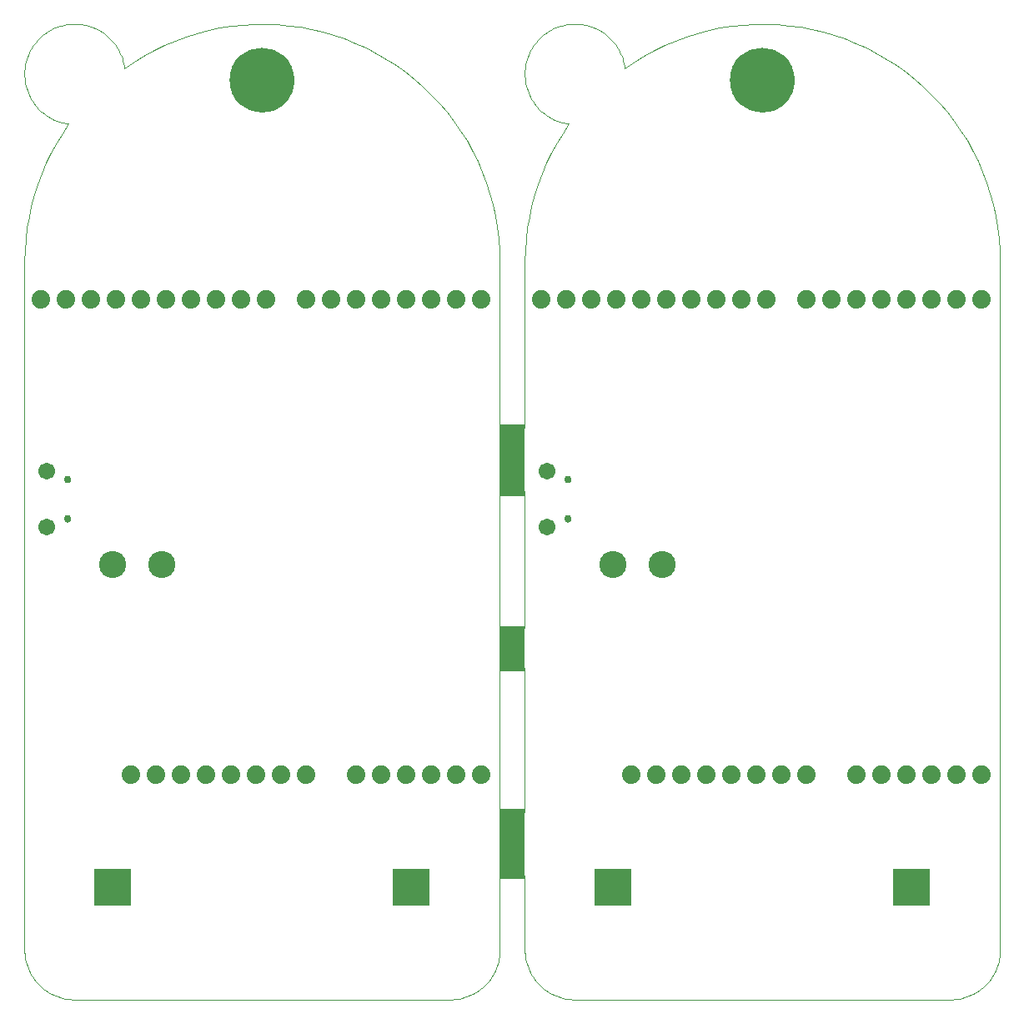
<source format=gbs>
G75*
G70*
%OFA0B0*%
%FSLAX24Y24*%
%IPPOS*%
%LPD*%
%AMOC8*
5,1,8,0,0,1.08239X$1,22.5*
%
%ADD10C,0.0000*%
%ADD11C,0.2580*%
%ADD12C,0.0237*%
%ADD13R,0.1000X0.2812*%
%ADD14R,0.1000X0.2875*%
%ADD15R,0.1000X0.1813*%
%ADD16C,0.0740*%
%ADD17R,0.1497X0.1497*%
%ADD18C,0.0297*%
%ADD19C,0.0674*%
%ADD20C,0.1080*%
D10*
X002655Y001008D02*
X017655Y001008D01*
X017750Y001010D01*
X017845Y001017D01*
X017940Y001028D01*
X018034Y001044D01*
X018127Y001064D01*
X018218Y001089D01*
X018309Y001118D01*
X018398Y001151D01*
X018486Y001189D01*
X018571Y001230D01*
X018655Y001276D01*
X018736Y001325D01*
X018815Y001379D01*
X018891Y001436D01*
X018965Y001497D01*
X019035Y001561D01*
X019102Y001628D01*
X019166Y001698D01*
X019227Y001772D01*
X019284Y001848D01*
X019338Y001927D01*
X019387Y002008D01*
X019433Y002092D01*
X019474Y002177D01*
X019512Y002265D01*
X019545Y002354D01*
X019574Y002445D01*
X019599Y002536D01*
X019619Y002629D01*
X019635Y002723D01*
X019646Y002818D01*
X019653Y002913D01*
X019655Y003008D01*
X019655Y005820D01*
X019657Y005864D01*
X019663Y005907D01*
X019672Y005949D01*
X019685Y005991D01*
X019702Y006031D01*
X019722Y006070D01*
X019745Y006107D01*
X019772Y006141D01*
X019801Y006174D01*
X019834Y006203D01*
X019868Y006230D01*
X019905Y006253D01*
X019944Y006273D01*
X019984Y006290D01*
X020026Y006303D01*
X020068Y006312D01*
X020111Y006318D01*
X020155Y006320D01*
X019701Y006445D02*
X019703Y006463D01*
X019709Y006479D01*
X019718Y006494D01*
X019731Y006507D01*
X019746Y006516D01*
X019762Y006522D01*
X019780Y006524D01*
X019798Y006522D01*
X019814Y006516D01*
X019829Y006507D01*
X019842Y006494D01*
X019851Y006479D01*
X019857Y006463D01*
X019859Y006445D01*
X019857Y006427D01*
X019851Y006411D01*
X019842Y006396D01*
X019829Y006383D01*
X019814Y006374D01*
X019798Y006368D01*
X019780Y006366D01*
X019762Y006368D01*
X019746Y006374D01*
X019731Y006383D01*
X019718Y006396D01*
X019709Y006411D01*
X019703Y006427D01*
X019701Y006445D01*
X019701Y006758D02*
X019703Y006776D01*
X019709Y006792D01*
X019718Y006807D01*
X019731Y006820D01*
X019746Y006829D01*
X019762Y006835D01*
X019780Y006837D01*
X019798Y006835D01*
X019814Y006829D01*
X019829Y006820D01*
X019842Y006807D01*
X019851Y006792D01*
X019857Y006776D01*
X019859Y006758D01*
X019857Y006740D01*
X019851Y006724D01*
X019842Y006709D01*
X019829Y006696D01*
X019814Y006687D01*
X019798Y006681D01*
X019780Y006679D01*
X019762Y006681D01*
X019746Y006687D01*
X019731Y006696D01*
X019718Y006709D01*
X019709Y006724D01*
X019703Y006740D01*
X019701Y006758D01*
X019701Y007070D02*
X019703Y007088D01*
X019709Y007104D01*
X019718Y007119D01*
X019731Y007132D01*
X019746Y007141D01*
X019762Y007147D01*
X019780Y007149D01*
X019798Y007147D01*
X019814Y007141D01*
X019829Y007132D01*
X019842Y007119D01*
X019851Y007104D01*
X019857Y007088D01*
X019859Y007070D01*
X019857Y007052D01*
X019851Y007036D01*
X019842Y007021D01*
X019829Y007008D01*
X019814Y006999D01*
X019798Y006993D01*
X019780Y006991D01*
X019762Y006993D01*
X019746Y006999D01*
X019731Y007008D01*
X019718Y007021D01*
X019709Y007036D01*
X019703Y007052D01*
X019701Y007070D01*
X019701Y007383D02*
X019703Y007401D01*
X019709Y007417D01*
X019718Y007432D01*
X019731Y007445D01*
X019746Y007454D01*
X019762Y007460D01*
X019780Y007462D01*
X019798Y007460D01*
X019814Y007454D01*
X019829Y007445D01*
X019842Y007432D01*
X019851Y007417D01*
X019857Y007401D01*
X019859Y007383D01*
X019857Y007365D01*
X019851Y007349D01*
X019842Y007334D01*
X019829Y007321D01*
X019814Y007312D01*
X019798Y007306D01*
X019780Y007304D01*
X019762Y007306D01*
X019746Y007312D01*
X019731Y007321D01*
X019718Y007334D01*
X019709Y007349D01*
X019703Y007365D01*
X019701Y007383D01*
X019701Y007695D02*
X019703Y007713D01*
X019709Y007729D01*
X019718Y007744D01*
X019731Y007757D01*
X019746Y007766D01*
X019762Y007772D01*
X019780Y007774D01*
X019798Y007772D01*
X019814Y007766D01*
X019829Y007757D01*
X019842Y007744D01*
X019851Y007729D01*
X019857Y007713D01*
X019859Y007695D01*
X019857Y007677D01*
X019851Y007661D01*
X019842Y007646D01*
X019829Y007633D01*
X019814Y007624D01*
X019798Y007618D01*
X019780Y007616D01*
X019762Y007618D01*
X019746Y007624D01*
X019731Y007633D01*
X019718Y007646D01*
X019709Y007661D01*
X019703Y007677D01*
X019701Y007695D01*
X019701Y008008D02*
X019703Y008026D01*
X019709Y008042D01*
X019718Y008057D01*
X019731Y008070D01*
X019746Y008079D01*
X019762Y008085D01*
X019780Y008087D01*
X019798Y008085D01*
X019814Y008079D01*
X019829Y008070D01*
X019842Y008057D01*
X019851Y008042D01*
X019857Y008026D01*
X019859Y008008D01*
X019857Y007990D01*
X019851Y007974D01*
X019842Y007959D01*
X019829Y007946D01*
X019814Y007937D01*
X019798Y007931D01*
X019780Y007929D01*
X019762Y007931D01*
X019746Y007937D01*
X019731Y007946D01*
X019718Y007959D01*
X019709Y007974D01*
X019703Y007990D01*
X019701Y008008D01*
X019655Y008633D02*
X019655Y014133D01*
X019657Y014177D01*
X019663Y014220D01*
X019672Y014262D01*
X019685Y014304D01*
X019702Y014344D01*
X019722Y014383D01*
X019745Y014420D01*
X019772Y014454D01*
X019801Y014487D01*
X019834Y014516D01*
X019868Y014543D01*
X019905Y014566D01*
X019944Y014586D01*
X019984Y014603D01*
X020026Y014616D01*
X020068Y014625D01*
X020111Y014631D01*
X020155Y014633D01*
X019701Y014758D02*
X019703Y014776D01*
X019709Y014792D01*
X019718Y014807D01*
X019731Y014820D01*
X019746Y014829D01*
X019762Y014835D01*
X019780Y014837D01*
X019798Y014835D01*
X019814Y014829D01*
X019829Y014820D01*
X019842Y014807D01*
X019851Y014792D01*
X019857Y014776D01*
X019859Y014758D01*
X019857Y014740D01*
X019851Y014724D01*
X019842Y014709D01*
X019829Y014696D01*
X019814Y014687D01*
X019798Y014681D01*
X019780Y014679D01*
X019762Y014681D01*
X019746Y014687D01*
X019731Y014696D01*
X019718Y014709D01*
X019709Y014724D01*
X019703Y014740D01*
X019701Y014758D01*
X019701Y015070D02*
X019703Y015088D01*
X019709Y015104D01*
X019718Y015119D01*
X019731Y015132D01*
X019746Y015141D01*
X019762Y015147D01*
X019780Y015149D01*
X019798Y015147D01*
X019814Y015141D01*
X019829Y015132D01*
X019842Y015119D01*
X019851Y015104D01*
X019857Y015088D01*
X019859Y015070D01*
X019857Y015052D01*
X019851Y015036D01*
X019842Y015021D01*
X019829Y015008D01*
X019814Y014999D01*
X019798Y014993D01*
X019780Y014991D01*
X019762Y014993D01*
X019746Y014999D01*
X019731Y015008D01*
X019718Y015021D01*
X019709Y015036D01*
X019703Y015052D01*
X019701Y015070D01*
X019701Y015383D02*
X019703Y015401D01*
X019709Y015417D01*
X019718Y015432D01*
X019731Y015445D01*
X019746Y015454D01*
X019762Y015460D01*
X019780Y015462D01*
X019798Y015460D01*
X019814Y015454D01*
X019829Y015445D01*
X019842Y015432D01*
X019851Y015417D01*
X019857Y015401D01*
X019859Y015383D01*
X019857Y015365D01*
X019851Y015349D01*
X019842Y015334D01*
X019829Y015321D01*
X019814Y015312D01*
X019798Y015306D01*
X019780Y015304D01*
X019762Y015306D01*
X019746Y015312D01*
X019731Y015321D01*
X019718Y015334D01*
X019709Y015349D01*
X019703Y015365D01*
X019701Y015383D01*
X019655Y016008D02*
X019655Y021195D01*
X019657Y021239D01*
X019663Y021282D01*
X019672Y021324D01*
X019685Y021366D01*
X019702Y021406D01*
X019722Y021445D01*
X019745Y021482D01*
X019772Y021516D01*
X019801Y021549D01*
X019834Y021578D01*
X019868Y021605D01*
X019905Y021628D01*
X019944Y021648D01*
X019984Y021665D01*
X020026Y021678D01*
X020068Y021687D01*
X020111Y021693D01*
X020155Y021695D01*
X019701Y021820D02*
X019703Y021838D01*
X019709Y021854D01*
X019718Y021869D01*
X019731Y021882D01*
X019746Y021891D01*
X019762Y021897D01*
X019780Y021899D01*
X019798Y021897D01*
X019814Y021891D01*
X019829Y021882D01*
X019842Y021869D01*
X019851Y021854D01*
X019857Y021838D01*
X019859Y021820D01*
X019857Y021802D01*
X019851Y021786D01*
X019842Y021771D01*
X019829Y021758D01*
X019814Y021749D01*
X019798Y021743D01*
X019780Y021741D01*
X019762Y021743D01*
X019746Y021749D01*
X019731Y021758D01*
X019718Y021771D01*
X019709Y021786D01*
X019703Y021802D01*
X019701Y021820D01*
X019701Y022133D02*
X019703Y022151D01*
X019709Y022167D01*
X019718Y022182D01*
X019731Y022195D01*
X019746Y022204D01*
X019762Y022210D01*
X019780Y022212D01*
X019798Y022210D01*
X019814Y022204D01*
X019829Y022195D01*
X019842Y022182D01*
X019851Y022167D01*
X019857Y022151D01*
X019859Y022133D01*
X019857Y022115D01*
X019851Y022099D01*
X019842Y022084D01*
X019829Y022071D01*
X019814Y022062D01*
X019798Y022056D01*
X019780Y022054D01*
X019762Y022056D01*
X019746Y022062D01*
X019731Y022071D01*
X019718Y022084D01*
X019709Y022099D01*
X019703Y022115D01*
X019701Y022133D01*
X019701Y022445D02*
X019703Y022463D01*
X019709Y022479D01*
X019718Y022494D01*
X019731Y022507D01*
X019746Y022516D01*
X019762Y022522D01*
X019780Y022524D01*
X019798Y022522D01*
X019814Y022516D01*
X019829Y022507D01*
X019842Y022494D01*
X019851Y022479D01*
X019857Y022463D01*
X019859Y022445D01*
X019857Y022427D01*
X019851Y022411D01*
X019842Y022396D01*
X019829Y022383D01*
X019814Y022374D01*
X019798Y022368D01*
X019780Y022366D01*
X019762Y022368D01*
X019746Y022374D01*
X019731Y022383D01*
X019718Y022396D01*
X019709Y022411D01*
X019703Y022427D01*
X019701Y022445D01*
X019701Y022758D02*
X019703Y022776D01*
X019709Y022792D01*
X019718Y022807D01*
X019731Y022820D01*
X019746Y022829D01*
X019762Y022835D01*
X019780Y022837D01*
X019798Y022835D01*
X019814Y022829D01*
X019829Y022820D01*
X019842Y022807D01*
X019851Y022792D01*
X019857Y022776D01*
X019859Y022758D01*
X019857Y022740D01*
X019851Y022724D01*
X019842Y022709D01*
X019829Y022696D01*
X019814Y022687D01*
X019798Y022681D01*
X019780Y022679D01*
X019762Y022681D01*
X019746Y022687D01*
X019731Y022696D01*
X019718Y022709D01*
X019709Y022724D01*
X019703Y022740D01*
X019701Y022758D01*
X019701Y023070D02*
X019703Y023088D01*
X019709Y023104D01*
X019718Y023119D01*
X019731Y023132D01*
X019746Y023141D01*
X019762Y023147D01*
X019780Y023149D01*
X019798Y023147D01*
X019814Y023141D01*
X019829Y023132D01*
X019842Y023119D01*
X019851Y023104D01*
X019857Y023088D01*
X019859Y023070D01*
X019857Y023052D01*
X019851Y023036D01*
X019842Y023021D01*
X019829Y023008D01*
X019814Y022999D01*
X019798Y022993D01*
X019780Y022991D01*
X019762Y022993D01*
X019746Y022999D01*
X019731Y023008D01*
X019718Y023021D01*
X019709Y023036D01*
X019703Y023052D01*
X019701Y023070D01*
X019701Y023383D02*
X019703Y023401D01*
X019709Y023417D01*
X019718Y023432D01*
X019731Y023445D01*
X019746Y023454D01*
X019762Y023460D01*
X019780Y023462D01*
X019798Y023460D01*
X019814Y023454D01*
X019829Y023445D01*
X019842Y023432D01*
X019851Y023417D01*
X019857Y023401D01*
X019859Y023383D01*
X019857Y023365D01*
X019851Y023349D01*
X019842Y023334D01*
X019829Y023321D01*
X019814Y023312D01*
X019798Y023306D01*
X019780Y023304D01*
X019762Y023306D01*
X019746Y023312D01*
X019731Y023321D01*
X019718Y023334D01*
X019709Y023349D01*
X019703Y023365D01*
X019701Y023383D01*
X019655Y024008D02*
X019655Y030508D01*
X020655Y030508D02*
X020655Y024008D01*
X020653Y023964D01*
X020647Y023921D01*
X020638Y023879D01*
X020625Y023837D01*
X020608Y023797D01*
X020588Y023758D01*
X020565Y023721D01*
X020538Y023687D01*
X020509Y023654D01*
X020476Y023625D01*
X020442Y023598D01*
X020405Y023575D01*
X020366Y023555D01*
X020326Y023538D01*
X020284Y023525D01*
X020242Y023516D01*
X020199Y023510D01*
X020155Y023508D01*
X020451Y023383D02*
X020453Y023401D01*
X020459Y023417D01*
X020468Y023432D01*
X020481Y023445D01*
X020496Y023454D01*
X020512Y023460D01*
X020530Y023462D01*
X020548Y023460D01*
X020564Y023454D01*
X020579Y023445D01*
X020592Y023432D01*
X020601Y023417D01*
X020607Y023401D01*
X020609Y023383D01*
X020607Y023365D01*
X020601Y023349D01*
X020592Y023334D01*
X020579Y023321D01*
X020564Y023312D01*
X020548Y023306D01*
X020530Y023304D01*
X020512Y023306D01*
X020496Y023312D01*
X020481Y023321D01*
X020468Y023334D01*
X020459Y023349D01*
X020453Y023365D01*
X020451Y023383D01*
X020451Y023070D02*
X020453Y023088D01*
X020459Y023104D01*
X020468Y023119D01*
X020481Y023132D01*
X020496Y023141D01*
X020512Y023147D01*
X020530Y023149D01*
X020548Y023147D01*
X020564Y023141D01*
X020579Y023132D01*
X020592Y023119D01*
X020601Y023104D01*
X020607Y023088D01*
X020609Y023070D01*
X020607Y023052D01*
X020601Y023036D01*
X020592Y023021D01*
X020579Y023008D01*
X020564Y022999D01*
X020548Y022993D01*
X020530Y022991D01*
X020512Y022993D01*
X020496Y022999D01*
X020481Y023008D01*
X020468Y023021D01*
X020459Y023036D01*
X020453Y023052D01*
X020451Y023070D01*
X020451Y022758D02*
X020453Y022776D01*
X020459Y022792D01*
X020468Y022807D01*
X020481Y022820D01*
X020496Y022829D01*
X020512Y022835D01*
X020530Y022837D01*
X020548Y022835D01*
X020564Y022829D01*
X020579Y022820D01*
X020592Y022807D01*
X020601Y022792D01*
X020607Y022776D01*
X020609Y022758D01*
X020607Y022740D01*
X020601Y022724D01*
X020592Y022709D01*
X020579Y022696D01*
X020564Y022687D01*
X020548Y022681D01*
X020530Y022679D01*
X020512Y022681D01*
X020496Y022687D01*
X020481Y022696D01*
X020468Y022709D01*
X020459Y022724D01*
X020453Y022740D01*
X020451Y022758D01*
X020451Y022445D02*
X020453Y022463D01*
X020459Y022479D01*
X020468Y022494D01*
X020481Y022507D01*
X020496Y022516D01*
X020512Y022522D01*
X020530Y022524D01*
X020548Y022522D01*
X020564Y022516D01*
X020579Y022507D01*
X020592Y022494D01*
X020601Y022479D01*
X020607Y022463D01*
X020609Y022445D01*
X020607Y022427D01*
X020601Y022411D01*
X020592Y022396D01*
X020579Y022383D01*
X020564Y022374D01*
X020548Y022368D01*
X020530Y022366D01*
X020512Y022368D01*
X020496Y022374D01*
X020481Y022383D01*
X020468Y022396D01*
X020459Y022411D01*
X020453Y022427D01*
X020451Y022445D01*
X020451Y022133D02*
X020453Y022151D01*
X020459Y022167D01*
X020468Y022182D01*
X020481Y022195D01*
X020496Y022204D01*
X020512Y022210D01*
X020530Y022212D01*
X020548Y022210D01*
X020564Y022204D01*
X020579Y022195D01*
X020592Y022182D01*
X020601Y022167D01*
X020607Y022151D01*
X020609Y022133D01*
X020607Y022115D01*
X020601Y022099D01*
X020592Y022084D01*
X020579Y022071D01*
X020564Y022062D01*
X020548Y022056D01*
X020530Y022054D01*
X020512Y022056D01*
X020496Y022062D01*
X020481Y022071D01*
X020468Y022084D01*
X020459Y022099D01*
X020453Y022115D01*
X020451Y022133D01*
X020451Y021820D02*
X020453Y021838D01*
X020459Y021854D01*
X020468Y021869D01*
X020481Y021882D01*
X020496Y021891D01*
X020512Y021897D01*
X020530Y021899D01*
X020548Y021897D01*
X020564Y021891D01*
X020579Y021882D01*
X020592Y021869D01*
X020601Y021854D01*
X020607Y021838D01*
X020609Y021820D01*
X020607Y021802D01*
X020601Y021786D01*
X020592Y021771D01*
X020579Y021758D01*
X020564Y021749D01*
X020548Y021743D01*
X020530Y021741D01*
X020512Y021743D01*
X020496Y021749D01*
X020481Y021758D01*
X020468Y021771D01*
X020459Y021786D01*
X020453Y021802D01*
X020451Y021820D01*
X020655Y021195D02*
X020655Y016008D01*
X020653Y015964D01*
X020647Y015921D01*
X020638Y015879D01*
X020625Y015837D01*
X020608Y015797D01*
X020588Y015758D01*
X020565Y015721D01*
X020538Y015687D01*
X020509Y015654D01*
X020476Y015625D01*
X020442Y015598D01*
X020405Y015575D01*
X020366Y015555D01*
X020326Y015538D01*
X020284Y015525D01*
X020242Y015516D01*
X020199Y015510D01*
X020155Y015508D01*
X020451Y015383D02*
X020453Y015401D01*
X020459Y015417D01*
X020468Y015432D01*
X020481Y015445D01*
X020496Y015454D01*
X020512Y015460D01*
X020530Y015462D01*
X020548Y015460D01*
X020564Y015454D01*
X020579Y015445D01*
X020592Y015432D01*
X020601Y015417D01*
X020607Y015401D01*
X020609Y015383D01*
X020607Y015365D01*
X020601Y015349D01*
X020592Y015334D01*
X020579Y015321D01*
X020564Y015312D01*
X020548Y015306D01*
X020530Y015304D01*
X020512Y015306D01*
X020496Y015312D01*
X020481Y015321D01*
X020468Y015334D01*
X020459Y015349D01*
X020453Y015365D01*
X020451Y015383D01*
X020451Y015070D02*
X020453Y015088D01*
X020459Y015104D01*
X020468Y015119D01*
X020481Y015132D01*
X020496Y015141D01*
X020512Y015147D01*
X020530Y015149D01*
X020548Y015147D01*
X020564Y015141D01*
X020579Y015132D01*
X020592Y015119D01*
X020601Y015104D01*
X020607Y015088D01*
X020609Y015070D01*
X020607Y015052D01*
X020601Y015036D01*
X020592Y015021D01*
X020579Y015008D01*
X020564Y014999D01*
X020548Y014993D01*
X020530Y014991D01*
X020512Y014993D01*
X020496Y014999D01*
X020481Y015008D01*
X020468Y015021D01*
X020459Y015036D01*
X020453Y015052D01*
X020451Y015070D01*
X020451Y014758D02*
X020453Y014776D01*
X020459Y014792D01*
X020468Y014807D01*
X020481Y014820D01*
X020496Y014829D01*
X020512Y014835D01*
X020530Y014837D01*
X020548Y014835D01*
X020564Y014829D01*
X020579Y014820D01*
X020592Y014807D01*
X020601Y014792D01*
X020607Y014776D01*
X020609Y014758D01*
X020607Y014740D01*
X020601Y014724D01*
X020592Y014709D01*
X020579Y014696D01*
X020564Y014687D01*
X020548Y014681D01*
X020530Y014679D01*
X020512Y014681D01*
X020496Y014687D01*
X020481Y014696D01*
X020468Y014709D01*
X020459Y014724D01*
X020453Y014740D01*
X020451Y014758D01*
X020655Y014133D02*
X020655Y008633D01*
X020653Y008589D01*
X020647Y008546D01*
X020638Y008504D01*
X020625Y008462D01*
X020608Y008422D01*
X020588Y008383D01*
X020565Y008346D01*
X020538Y008312D01*
X020509Y008279D01*
X020476Y008250D01*
X020442Y008223D01*
X020405Y008200D01*
X020366Y008180D01*
X020326Y008163D01*
X020284Y008150D01*
X020242Y008141D01*
X020199Y008135D01*
X020155Y008133D01*
X020451Y008008D02*
X020453Y008026D01*
X020459Y008042D01*
X020468Y008057D01*
X020481Y008070D01*
X020496Y008079D01*
X020512Y008085D01*
X020530Y008087D01*
X020548Y008085D01*
X020564Y008079D01*
X020579Y008070D01*
X020592Y008057D01*
X020601Y008042D01*
X020607Y008026D01*
X020609Y008008D01*
X020607Y007990D01*
X020601Y007974D01*
X020592Y007959D01*
X020579Y007946D01*
X020564Y007937D01*
X020548Y007931D01*
X020530Y007929D01*
X020512Y007931D01*
X020496Y007937D01*
X020481Y007946D01*
X020468Y007959D01*
X020459Y007974D01*
X020453Y007990D01*
X020451Y008008D01*
X020451Y007695D02*
X020453Y007713D01*
X020459Y007729D01*
X020468Y007744D01*
X020481Y007757D01*
X020496Y007766D01*
X020512Y007772D01*
X020530Y007774D01*
X020548Y007772D01*
X020564Y007766D01*
X020579Y007757D01*
X020592Y007744D01*
X020601Y007729D01*
X020607Y007713D01*
X020609Y007695D01*
X020607Y007677D01*
X020601Y007661D01*
X020592Y007646D01*
X020579Y007633D01*
X020564Y007624D01*
X020548Y007618D01*
X020530Y007616D01*
X020512Y007618D01*
X020496Y007624D01*
X020481Y007633D01*
X020468Y007646D01*
X020459Y007661D01*
X020453Y007677D01*
X020451Y007695D01*
X020451Y007383D02*
X020453Y007401D01*
X020459Y007417D01*
X020468Y007432D01*
X020481Y007445D01*
X020496Y007454D01*
X020512Y007460D01*
X020530Y007462D01*
X020548Y007460D01*
X020564Y007454D01*
X020579Y007445D01*
X020592Y007432D01*
X020601Y007417D01*
X020607Y007401D01*
X020609Y007383D01*
X020607Y007365D01*
X020601Y007349D01*
X020592Y007334D01*
X020579Y007321D01*
X020564Y007312D01*
X020548Y007306D01*
X020530Y007304D01*
X020512Y007306D01*
X020496Y007312D01*
X020481Y007321D01*
X020468Y007334D01*
X020459Y007349D01*
X020453Y007365D01*
X020451Y007383D01*
X020451Y007070D02*
X020453Y007088D01*
X020459Y007104D01*
X020468Y007119D01*
X020481Y007132D01*
X020496Y007141D01*
X020512Y007147D01*
X020530Y007149D01*
X020548Y007147D01*
X020564Y007141D01*
X020579Y007132D01*
X020592Y007119D01*
X020601Y007104D01*
X020607Y007088D01*
X020609Y007070D01*
X020607Y007052D01*
X020601Y007036D01*
X020592Y007021D01*
X020579Y007008D01*
X020564Y006999D01*
X020548Y006993D01*
X020530Y006991D01*
X020512Y006993D01*
X020496Y006999D01*
X020481Y007008D01*
X020468Y007021D01*
X020459Y007036D01*
X020453Y007052D01*
X020451Y007070D01*
X020451Y006758D02*
X020453Y006776D01*
X020459Y006792D01*
X020468Y006807D01*
X020481Y006820D01*
X020496Y006829D01*
X020512Y006835D01*
X020530Y006837D01*
X020548Y006835D01*
X020564Y006829D01*
X020579Y006820D01*
X020592Y006807D01*
X020601Y006792D01*
X020607Y006776D01*
X020609Y006758D01*
X020607Y006740D01*
X020601Y006724D01*
X020592Y006709D01*
X020579Y006696D01*
X020564Y006687D01*
X020548Y006681D01*
X020530Y006679D01*
X020512Y006681D01*
X020496Y006687D01*
X020481Y006696D01*
X020468Y006709D01*
X020459Y006724D01*
X020453Y006740D01*
X020451Y006758D01*
X020451Y006445D02*
X020453Y006463D01*
X020459Y006479D01*
X020468Y006494D01*
X020481Y006507D01*
X020496Y006516D01*
X020512Y006522D01*
X020530Y006524D01*
X020548Y006522D01*
X020564Y006516D01*
X020579Y006507D01*
X020592Y006494D01*
X020601Y006479D01*
X020607Y006463D01*
X020609Y006445D01*
X020607Y006427D01*
X020601Y006411D01*
X020592Y006396D01*
X020579Y006383D01*
X020564Y006374D01*
X020548Y006368D01*
X020530Y006366D01*
X020512Y006368D01*
X020496Y006374D01*
X020481Y006383D01*
X020468Y006396D01*
X020459Y006411D01*
X020453Y006427D01*
X020451Y006445D01*
X020655Y005820D02*
X020655Y003008D01*
X020657Y002913D01*
X020664Y002818D01*
X020675Y002723D01*
X020691Y002629D01*
X020711Y002536D01*
X020736Y002445D01*
X020765Y002354D01*
X020798Y002265D01*
X020836Y002177D01*
X020877Y002092D01*
X020923Y002008D01*
X020972Y001927D01*
X021026Y001848D01*
X021083Y001772D01*
X021144Y001698D01*
X021208Y001628D01*
X021275Y001561D01*
X021345Y001497D01*
X021419Y001436D01*
X021495Y001379D01*
X021574Y001325D01*
X021655Y001276D01*
X021739Y001230D01*
X021824Y001189D01*
X021912Y001151D01*
X022001Y001118D01*
X022092Y001089D01*
X022183Y001064D01*
X022276Y001044D01*
X022370Y001028D01*
X022465Y001017D01*
X022560Y001010D01*
X022655Y001008D01*
X037655Y001008D01*
X037750Y001010D01*
X037845Y001017D01*
X037940Y001028D01*
X038034Y001044D01*
X038127Y001064D01*
X038218Y001089D01*
X038309Y001118D01*
X038398Y001151D01*
X038486Y001189D01*
X038571Y001230D01*
X038655Y001276D01*
X038736Y001325D01*
X038815Y001379D01*
X038891Y001436D01*
X038965Y001497D01*
X039035Y001561D01*
X039102Y001628D01*
X039166Y001698D01*
X039227Y001772D01*
X039284Y001848D01*
X039338Y001927D01*
X039387Y002008D01*
X039433Y002092D01*
X039474Y002177D01*
X039512Y002265D01*
X039545Y002354D01*
X039574Y002445D01*
X039599Y002536D01*
X039619Y002629D01*
X039635Y002723D01*
X039646Y002818D01*
X039653Y002913D01*
X039655Y003008D01*
X039655Y030508D01*
X039644Y030970D01*
X039610Y031431D01*
X039554Y031890D01*
X039476Y032345D01*
X039375Y032796D01*
X039253Y033242D01*
X039109Y033681D01*
X038944Y034113D01*
X038759Y034536D01*
X038553Y034950D01*
X038327Y035353D01*
X038081Y035745D01*
X037817Y036124D01*
X037535Y036490D01*
X037235Y036842D01*
X036919Y037179D01*
X036586Y037500D01*
X036239Y037804D01*
X035877Y038092D01*
X035501Y038361D01*
X035113Y038612D01*
X034713Y038843D01*
X034302Y039055D01*
X033881Y039247D01*
X033452Y039418D01*
X033015Y039567D01*
X032571Y039696D01*
X032121Y039802D01*
X031667Y039887D01*
X031209Y039949D01*
X030748Y039989D01*
X030287Y040007D01*
X029824Y040002D01*
X029363Y039975D01*
X028904Y039925D01*
X028447Y039853D01*
X027995Y039759D01*
X027547Y039643D01*
X027106Y039505D01*
X026672Y039346D01*
X026246Y039167D01*
X025830Y038966D01*
X025424Y038746D01*
X025028Y038506D01*
X024646Y038247D01*
X024645Y038248D02*
X024631Y038344D01*
X024612Y038440D01*
X024589Y038535D01*
X024561Y038628D01*
X024528Y038720D01*
X024492Y038810D01*
X024450Y038898D01*
X024405Y038984D01*
X024356Y039068D01*
X024302Y039150D01*
X024245Y039228D01*
X024183Y039304D01*
X024119Y039377D01*
X024050Y039446D01*
X023979Y039513D01*
X023904Y039575D01*
X023826Y039634D01*
X023746Y039689D01*
X023663Y039740D01*
X023578Y039787D01*
X023490Y039830D01*
X023401Y039868D01*
X023309Y039902D01*
X023217Y039932D01*
X023123Y039957D01*
X023027Y039977D01*
X022931Y039993D01*
X022834Y040004D01*
X022737Y040010D01*
X022640Y040012D01*
X022542Y040009D01*
X022445Y040001D01*
X022349Y039988D01*
X022253Y039971D01*
X022158Y039949D01*
X022064Y039923D01*
X021972Y039892D01*
X021881Y039857D01*
X021792Y039817D01*
X021705Y039773D01*
X021621Y039724D01*
X021538Y039672D01*
X021459Y039616D01*
X021382Y039556D01*
X021308Y039492D01*
X021238Y039425D01*
X021171Y039355D01*
X021107Y039281D01*
X021047Y039204D01*
X020991Y039125D01*
X020939Y039042D01*
X020890Y038958D01*
X020846Y038871D01*
X020806Y038782D01*
X020771Y038691D01*
X020740Y038599D01*
X020714Y038505D01*
X020692Y038410D01*
X020675Y038314D01*
X020662Y038218D01*
X020654Y038121D01*
X020651Y038023D01*
X020653Y037926D01*
X020659Y037829D01*
X020670Y037732D01*
X020686Y037636D01*
X020706Y037540D01*
X020731Y037446D01*
X020761Y037354D01*
X020795Y037262D01*
X020833Y037173D01*
X020876Y037085D01*
X020923Y037000D01*
X020974Y036917D01*
X021029Y036837D01*
X021088Y036759D01*
X021150Y036684D01*
X021217Y036613D01*
X021286Y036544D01*
X021359Y036480D01*
X021435Y036418D01*
X021513Y036361D01*
X021595Y036307D01*
X021679Y036258D01*
X021765Y036213D01*
X021853Y036171D01*
X021943Y036135D01*
X022035Y036102D01*
X022128Y036074D01*
X022223Y036051D01*
X022319Y036032D01*
X022415Y036018D01*
X028905Y037758D02*
X028907Y037828D01*
X028913Y037898D01*
X028923Y037967D01*
X028936Y038036D01*
X028954Y038104D01*
X028975Y038171D01*
X029000Y038236D01*
X029029Y038300D01*
X029061Y038363D01*
X029097Y038423D01*
X029136Y038481D01*
X029178Y038537D01*
X029223Y038591D01*
X029271Y038642D01*
X029322Y038690D01*
X029376Y038735D01*
X029432Y038777D01*
X029490Y038816D01*
X029550Y038852D01*
X029613Y038884D01*
X029677Y038913D01*
X029742Y038938D01*
X029809Y038959D01*
X029877Y038977D01*
X029946Y038990D01*
X030015Y039000D01*
X030085Y039006D01*
X030155Y039008D01*
X030225Y039006D01*
X030295Y039000D01*
X030364Y038990D01*
X030433Y038977D01*
X030501Y038959D01*
X030568Y038938D01*
X030633Y038913D01*
X030697Y038884D01*
X030760Y038852D01*
X030820Y038816D01*
X030878Y038777D01*
X030934Y038735D01*
X030988Y038690D01*
X031039Y038642D01*
X031087Y038591D01*
X031132Y038537D01*
X031174Y038481D01*
X031213Y038423D01*
X031249Y038363D01*
X031281Y038300D01*
X031310Y038236D01*
X031335Y038171D01*
X031356Y038104D01*
X031374Y038036D01*
X031387Y037967D01*
X031397Y037898D01*
X031403Y037828D01*
X031405Y037758D01*
X031403Y037688D01*
X031397Y037618D01*
X031387Y037549D01*
X031374Y037480D01*
X031356Y037412D01*
X031335Y037345D01*
X031310Y037280D01*
X031281Y037216D01*
X031249Y037153D01*
X031213Y037093D01*
X031174Y037035D01*
X031132Y036979D01*
X031087Y036925D01*
X031039Y036874D01*
X030988Y036826D01*
X030934Y036781D01*
X030878Y036739D01*
X030820Y036700D01*
X030760Y036664D01*
X030697Y036632D01*
X030633Y036603D01*
X030568Y036578D01*
X030501Y036557D01*
X030433Y036539D01*
X030364Y036526D01*
X030295Y036516D01*
X030225Y036510D01*
X030155Y036508D01*
X030085Y036510D01*
X030015Y036516D01*
X029946Y036526D01*
X029877Y036539D01*
X029809Y036557D01*
X029742Y036578D01*
X029677Y036603D01*
X029613Y036632D01*
X029550Y036664D01*
X029490Y036700D01*
X029432Y036739D01*
X029376Y036781D01*
X029322Y036826D01*
X029271Y036874D01*
X029223Y036925D01*
X029178Y036979D01*
X029136Y037035D01*
X029097Y037093D01*
X029061Y037153D01*
X029029Y037216D01*
X029000Y037280D01*
X028975Y037345D01*
X028954Y037412D01*
X028936Y037480D01*
X028923Y037549D01*
X028913Y037618D01*
X028907Y037688D01*
X028905Y037758D01*
X022416Y036017D02*
X022162Y035643D01*
X021927Y035257D01*
X021711Y034860D01*
X021513Y034454D01*
X021335Y034038D01*
X021177Y033614D01*
X021040Y033184D01*
X020923Y032747D01*
X020827Y032305D01*
X020752Y031860D01*
X020698Y031411D01*
X020666Y030960D01*
X020655Y030508D01*
X019655Y024008D02*
X019657Y023964D01*
X019663Y023921D01*
X019672Y023879D01*
X019685Y023837D01*
X019702Y023797D01*
X019722Y023758D01*
X019745Y023721D01*
X019772Y023687D01*
X019801Y023654D01*
X019834Y023625D01*
X019868Y023598D01*
X019905Y023575D01*
X019944Y023555D01*
X019984Y023538D01*
X020026Y023525D01*
X020068Y023516D01*
X020111Y023510D01*
X020155Y023508D01*
X020155Y021695D02*
X020199Y021693D01*
X020242Y021687D01*
X020284Y021678D01*
X020326Y021665D01*
X020366Y021648D01*
X020405Y021628D01*
X020442Y021605D01*
X020476Y021578D01*
X020509Y021549D01*
X020538Y021516D01*
X020565Y021482D01*
X020588Y021445D01*
X020608Y021406D01*
X020625Y021366D01*
X020638Y021324D01*
X020647Y021282D01*
X020653Y021239D01*
X020655Y021195D01*
X022269Y021795D02*
X022271Y021815D01*
X022277Y021835D01*
X022286Y021853D01*
X022299Y021870D01*
X022314Y021883D01*
X022332Y021893D01*
X022352Y021900D01*
X022372Y021903D01*
X022392Y021902D01*
X022412Y021897D01*
X022431Y021889D01*
X022448Y021877D01*
X022462Y021862D01*
X022473Y021844D01*
X022481Y021825D01*
X022485Y021805D01*
X022485Y021785D01*
X022481Y021765D01*
X022473Y021746D01*
X022462Y021728D01*
X022448Y021713D01*
X022431Y021701D01*
X022412Y021693D01*
X022392Y021688D01*
X022372Y021687D01*
X022352Y021690D01*
X022332Y021697D01*
X022314Y021707D01*
X022299Y021720D01*
X022286Y021737D01*
X022277Y021755D01*
X022271Y021775D01*
X022269Y021795D01*
X022269Y020220D02*
X022271Y020240D01*
X022277Y020260D01*
X022286Y020278D01*
X022299Y020295D01*
X022314Y020308D01*
X022332Y020318D01*
X022352Y020325D01*
X022372Y020328D01*
X022392Y020327D01*
X022412Y020322D01*
X022431Y020314D01*
X022448Y020302D01*
X022462Y020287D01*
X022473Y020269D01*
X022481Y020250D01*
X022485Y020230D01*
X022485Y020210D01*
X022481Y020190D01*
X022473Y020171D01*
X022462Y020153D01*
X022448Y020138D01*
X022431Y020126D01*
X022412Y020118D01*
X022392Y020113D01*
X022372Y020112D01*
X022352Y020115D01*
X022332Y020122D01*
X022314Y020132D01*
X022299Y020145D01*
X022286Y020162D01*
X022277Y020180D01*
X022271Y020200D01*
X022269Y020220D01*
X019655Y016008D02*
X019657Y015964D01*
X019663Y015921D01*
X019672Y015879D01*
X019685Y015837D01*
X019702Y015797D01*
X019722Y015758D01*
X019745Y015721D01*
X019772Y015687D01*
X019801Y015654D01*
X019834Y015625D01*
X019868Y015598D01*
X019905Y015575D01*
X019944Y015555D01*
X019984Y015538D01*
X020026Y015525D01*
X020068Y015516D01*
X020111Y015510D01*
X020155Y015508D01*
X020155Y014633D02*
X020199Y014631D01*
X020242Y014625D01*
X020284Y014616D01*
X020326Y014603D01*
X020366Y014586D01*
X020405Y014566D01*
X020442Y014543D01*
X020476Y014516D01*
X020509Y014487D01*
X020538Y014454D01*
X020565Y014420D01*
X020588Y014383D01*
X020608Y014344D01*
X020625Y014304D01*
X020638Y014262D01*
X020647Y014220D01*
X020653Y014177D01*
X020655Y014133D01*
X019655Y008633D02*
X019657Y008589D01*
X019663Y008546D01*
X019672Y008504D01*
X019685Y008462D01*
X019702Y008422D01*
X019722Y008383D01*
X019745Y008346D01*
X019772Y008312D01*
X019801Y008279D01*
X019834Y008250D01*
X019868Y008223D01*
X019905Y008200D01*
X019944Y008180D01*
X019984Y008163D01*
X020026Y008150D01*
X020068Y008141D01*
X020111Y008135D01*
X020155Y008133D01*
X020155Y006320D02*
X020199Y006318D01*
X020242Y006312D01*
X020284Y006303D01*
X020326Y006290D01*
X020366Y006273D01*
X020405Y006253D01*
X020442Y006230D01*
X020476Y006203D01*
X020509Y006174D01*
X020538Y006141D01*
X020565Y006107D01*
X020588Y006070D01*
X020608Y006031D01*
X020625Y005991D01*
X020638Y005949D01*
X020647Y005907D01*
X020653Y005864D01*
X020655Y005820D01*
X002655Y001008D02*
X002560Y001010D01*
X002465Y001017D01*
X002370Y001028D01*
X002276Y001044D01*
X002183Y001064D01*
X002092Y001089D01*
X002001Y001118D01*
X001912Y001151D01*
X001824Y001189D01*
X001739Y001230D01*
X001655Y001276D01*
X001574Y001325D01*
X001495Y001379D01*
X001419Y001436D01*
X001345Y001497D01*
X001275Y001561D01*
X001208Y001628D01*
X001144Y001698D01*
X001083Y001772D01*
X001026Y001848D01*
X000972Y001927D01*
X000923Y002008D01*
X000877Y002092D01*
X000836Y002177D01*
X000798Y002265D01*
X000765Y002354D01*
X000736Y002445D01*
X000711Y002536D01*
X000691Y002629D01*
X000675Y002723D01*
X000664Y002818D01*
X000657Y002913D01*
X000655Y003008D01*
X000655Y030508D01*
X002415Y036018D02*
X002319Y036032D01*
X002223Y036051D01*
X002128Y036074D01*
X002035Y036102D01*
X001943Y036135D01*
X001853Y036171D01*
X001765Y036213D01*
X001679Y036258D01*
X001595Y036307D01*
X001513Y036361D01*
X001435Y036418D01*
X001359Y036480D01*
X001286Y036544D01*
X001217Y036613D01*
X001150Y036684D01*
X001088Y036759D01*
X001029Y036837D01*
X000974Y036917D01*
X000923Y037000D01*
X000876Y037085D01*
X000833Y037173D01*
X000795Y037262D01*
X000761Y037354D01*
X000731Y037446D01*
X000706Y037540D01*
X000686Y037636D01*
X000670Y037732D01*
X000659Y037829D01*
X000653Y037926D01*
X000651Y038023D01*
X000654Y038121D01*
X000662Y038218D01*
X000675Y038314D01*
X000692Y038410D01*
X000714Y038505D01*
X000740Y038599D01*
X000771Y038691D01*
X000806Y038782D01*
X000846Y038871D01*
X000890Y038958D01*
X000939Y039042D01*
X000991Y039125D01*
X001047Y039204D01*
X001107Y039281D01*
X001171Y039355D01*
X001238Y039425D01*
X001308Y039492D01*
X001382Y039556D01*
X001459Y039616D01*
X001538Y039672D01*
X001621Y039724D01*
X001705Y039773D01*
X001792Y039817D01*
X001881Y039857D01*
X001972Y039892D01*
X002064Y039923D01*
X002158Y039949D01*
X002253Y039971D01*
X002349Y039988D01*
X002445Y040001D01*
X002542Y040009D01*
X002640Y040012D01*
X002737Y040010D01*
X002834Y040004D01*
X002931Y039993D01*
X003027Y039977D01*
X003123Y039957D01*
X003217Y039932D01*
X003309Y039902D01*
X003401Y039868D01*
X003490Y039830D01*
X003578Y039787D01*
X003663Y039740D01*
X003746Y039689D01*
X003826Y039634D01*
X003904Y039575D01*
X003979Y039513D01*
X004050Y039446D01*
X004119Y039377D01*
X004183Y039304D01*
X004245Y039228D01*
X004302Y039150D01*
X004356Y039068D01*
X004405Y038984D01*
X004450Y038898D01*
X004492Y038810D01*
X004528Y038720D01*
X004561Y038628D01*
X004589Y038535D01*
X004612Y038440D01*
X004631Y038344D01*
X004645Y038248D01*
X008905Y037758D02*
X008907Y037828D01*
X008913Y037898D01*
X008923Y037967D01*
X008936Y038036D01*
X008954Y038104D01*
X008975Y038171D01*
X009000Y038236D01*
X009029Y038300D01*
X009061Y038363D01*
X009097Y038423D01*
X009136Y038481D01*
X009178Y038537D01*
X009223Y038591D01*
X009271Y038642D01*
X009322Y038690D01*
X009376Y038735D01*
X009432Y038777D01*
X009490Y038816D01*
X009550Y038852D01*
X009613Y038884D01*
X009677Y038913D01*
X009742Y038938D01*
X009809Y038959D01*
X009877Y038977D01*
X009946Y038990D01*
X010015Y039000D01*
X010085Y039006D01*
X010155Y039008D01*
X010225Y039006D01*
X010295Y039000D01*
X010364Y038990D01*
X010433Y038977D01*
X010501Y038959D01*
X010568Y038938D01*
X010633Y038913D01*
X010697Y038884D01*
X010760Y038852D01*
X010820Y038816D01*
X010878Y038777D01*
X010934Y038735D01*
X010988Y038690D01*
X011039Y038642D01*
X011087Y038591D01*
X011132Y038537D01*
X011174Y038481D01*
X011213Y038423D01*
X011249Y038363D01*
X011281Y038300D01*
X011310Y038236D01*
X011335Y038171D01*
X011356Y038104D01*
X011374Y038036D01*
X011387Y037967D01*
X011397Y037898D01*
X011403Y037828D01*
X011405Y037758D01*
X011403Y037688D01*
X011397Y037618D01*
X011387Y037549D01*
X011374Y037480D01*
X011356Y037412D01*
X011335Y037345D01*
X011310Y037280D01*
X011281Y037216D01*
X011249Y037153D01*
X011213Y037093D01*
X011174Y037035D01*
X011132Y036979D01*
X011087Y036925D01*
X011039Y036874D01*
X010988Y036826D01*
X010934Y036781D01*
X010878Y036739D01*
X010820Y036700D01*
X010760Y036664D01*
X010697Y036632D01*
X010633Y036603D01*
X010568Y036578D01*
X010501Y036557D01*
X010433Y036539D01*
X010364Y036526D01*
X010295Y036516D01*
X010225Y036510D01*
X010155Y036508D01*
X010085Y036510D01*
X010015Y036516D01*
X009946Y036526D01*
X009877Y036539D01*
X009809Y036557D01*
X009742Y036578D01*
X009677Y036603D01*
X009613Y036632D01*
X009550Y036664D01*
X009490Y036700D01*
X009432Y036739D01*
X009376Y036781D01*
X009322Y036826D01*
X009271Y036874D01*
X009223Y036925D01*
X009178Y036979D01*
X009136Y037035D01*
X009097Y037093D01*
X009061Y037153D01*
X009029Y037216D01*
X009000Y037280D01*
X008975Y037345D01*
X008954Y037412D01*
X008936Y037480D01*
X008923Y037549D01*
X008913Y037618D01*
X008907Y037688D01*
X008905Y037758D01*
X004646Y038247D02*
X005028Y038506D01*
X005424Y038746D01*
X005830Y038966D01*
X006246Y039167D01*
X006672Y039346D01*
X007106Y039505D01*
X007547Y039643D01*
X007995Y039759D01*
X008447Y039853D01*
X008904Y039925D01*
X009363Y039975D01*
X009824Y040002D01*
X010287Y040007D01*
X010748Y039989D01*
X011209Y039949D01*
X011667Y039887D01*
X012121Y039802D01*
X012571Y039696D01*
X013015Y039567D01*
X013452Y039418D01*
X013881Y039247D01*
X014302Y039055D01*
X014713Y038843D01*
X015113Y038612D01*
X015501Y038361D01*
X015877Y038092D01*
X016239Y037804D01*
X016586Y037500D01*
X016919Y037179D01*
X017235Y036842D01*
X017535Y036490D01*
X017817Y036124D01*
X018081Y035745D01*
X018327Y035353D01*
X018553Y034950D01*
X018759Y034536D01*
X018944Y034113D01*
X019109Y033681D01*
X019253Y033242D01*
X019375Y032796D01*
X019476Y032345D01*
X019554Y031890D01*
X019610Y031431D01*
X019644Y030970D01*
X019655Y030508D01*
X002416Y036017D02*
X002162Y035643D01*
X001927Y035257D01*
X001711Y034860D01*
X001513Y034454D01*
X001335Y034038D01*
X001177Y033614D01*
X001040Y033184D01*
X000923Y032747D01*
X000827Y032305D01*
X000752Y031860D01*
X000698Y031411D01*
X000666Y030960D01*
X000655Y030508D01*
X002269Y021795D02*
X002271Y021815D01*
X002277Y021835D01*
X002286Y021853D01*
X002299Y021870D01*
X002314Y021883D01*
X002332Y021893D01*
X002352Y021900D01*
X002372Y021903D01*
X002392Y021902D01*
X002412Y021897D01*
X002431Y021889D01*
X002448Y021877D01*
X002462Y021862D01*
X002473Y021844D01*
X002481Y021825D01*
X002485Y021805D01*
X002485Y021785D01*
X002481Y021765D01*
X002473Y021746D01*
X002462Y021728D01*
X002448Y021713D01*
X002431Y021701D01*
X002412Y021693D01*
X002392Y021688D01*
X002372Y021687D01*
X002352Y021690D01*
X002332Y021697D01*
X002314Y021707D01*
X002299Y021720D01*
X002286Y021737D01*
X002277Y021755D01*
X002271Y021775D01*
X002269Y021795D01*
X002269Y020220D02*
X002271Y020240D01*
X002277Y020260D01*
X002286Y020278D01*
X002299Y020295D01*
X002314Y020308D01*
X002332Y020318D01*
X002352Y020325D01*
X002372Y020328D01*
X002392Y020327D01*
X002412Y020322D01*
X002431Y020314D01*
X002448Y020302D01*
X002462Y020287D01*
X002473Y020269D01*
X002481Y020250D01*
X002485Y020230D01*
X002485Y020210D01*
X002481Y020190D01*
X002473Y020171D01*
X002462Y020153D01*
X002448Y020138D01*
X002431Y020126D01*
X002412Y020118D01*
X002392Y020113D01*
X002372Y020112D01*
X002352Y020115D01*
X002332Y020122D01*
X002314Y020132D01*
X002299Y020145D01*
X002286Y020162D01*
X002277Y020180D01*
X002271Y020200D01*
X002269Y020220D01*
D11*
X010155Y037758D03*
X030155Y037758D03*
D12*
X020530Y023383D03*
X020530Y023070D03*
X020530Y022758D03*
X020530Y022445D03*
X020530Y022133D03*
X020530Y021820D03*
X019780Y021820D03*
X019780Y022133D03*
X019780Y022445D03*
X019780Y022758D03*
X019780Y023070D03*
X019780Y023383D03*
X019780Y015383D03*
X019780Y015070D03*
X019780Y014758D03*
X020530Y014758D03*
X020530Y015070D03*
X020530Y015383D03*
X020530Y008008D03*
X020530Y007695D03*
X020530Y007383D03*
X020530Y007070D03*
X020530Y006758D03*
X020530Y006445D03*
X019780Y006445D03*
X019780Y006758D03*
X019780Y007070D03*
X019780Y007383D03*
X019780Y007695D03*
X019780Y008008D03*
D13*
X020155Y007227D03*
D14*
X020155Y022570D03*
D15*
X020155Y015039D03*
D16*
X018905Y010008D03*
X017905Y010008D03*
X016905Y010008D03*
X015905Y010008D03*
X014905Y010008D03*
X013905Y010008D03*
X011905Y010008D03*
X010905Y010008D03*
X009905Y010008D03*
X008905Y010008D03*
X007905Y010008D03*
X006905Y010008D03*
X005905Y010008D03*
X004905Y010008D03*
X005305Y029008D03*
X006305Y029008D03*
X007305Y029008D03*
X008305Y029008D03*
X009305Y029008D03*
X010305Y029008D03*
X011905Y029008D03*
X012905Y029008D03*
X013905Y029008D03*
X014905Y029008D03*
X015905Y029008D03*
X016905Y029008D03*
X017905Y029008D03*
X018905Y029008D03*
X021305Y029008D03*
X022305Y029008D03*
X023305Y029008D03*
X024305Y029008D03*
X025305Y029008D03*
X026305Y029008D03*
X027305Y029008D03*
X028305Y029008D03*
X029305Y029008D03*
X030305Y029008D03*
X031905Y029008D03*
X032905Y029008D03*
X033905Y029008D03*
X034905Y029008D03*
X035905Y029008D03*
X036905Y029008D03*
X037905Y029008D03*
X038905Y029008D03*
X038905Y010008D03*
X037905Y010008D03*
X036905Y010008D03*
X035905Y010008D03*
X034905Y010008D03*
X033905Y010008D03*
X031905Y010008D03*
X030905Y010008D03*
X029905Y010008D03*
X028905Y010008D03*
X027905Y010008D03*
X026905Y010008D03*
X025905Y010008D03*
X024905Y010008D03*
X004305Y029008D03*
X003305Y029008D03*
X002305Y029008D03*
X001305Y029008D03*
D17*
X004191Y005508D03*
X016120Y005508D03*
X024191Y005508D03*
X036120Y005508D03*
D18*
X022377Y020220D03*
X022377Y021795D03*
X002377Y021795D03*
X002377Y020220D03*
D19*
X001530Y019896D03*
X001530Y022120D03*
X021530Y022120D03*
X021530Y019896D03*
D20*
X024171Y018383D03*
X026139Y018383D03*
X006139Y018383D03*
X004171Y018383D03*
M02*

</source>
